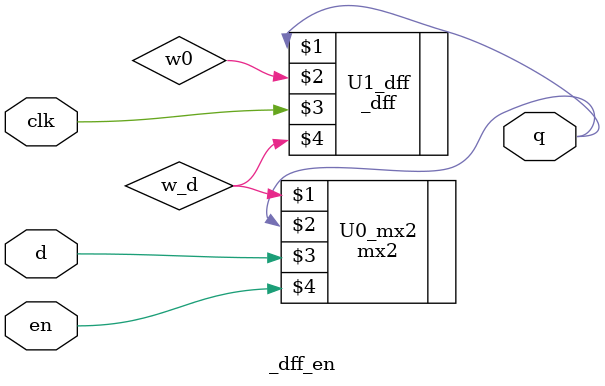
<source format=v>
module _dff_en(q, clk, en, d);		//enable D Flip-Flop
	input clk, en, d;
	output q;
	
	wire w_d;
	
	mx2 U0_mx2(w_d, q, d, en);		//seleted q or d by en
	_dff U1_dff(q, w0, clk, w_d);	//D Flip-Flop

endmodule

</source>
